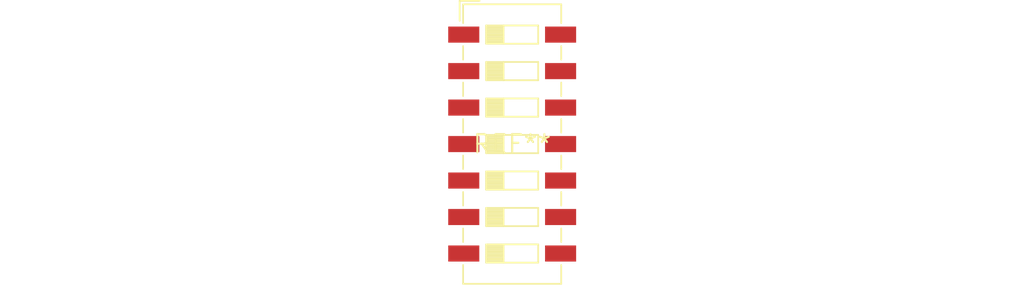
<source format=kicad_pcb>
(kicad_pcb (version 20240108) (generator pcbnew)
  (layers (0 "F.Cu" signal) (31 "B.Cu" signal) (34 "B.Paste" user) (35 "F.Paste" user) (36 "B.SilkS" user "B.Silkscreen") (37 "F.SilkS" user "F.Silkscreen") (38 "B.Mask" user) (39 "F.Mask" user) (44 "Edge.Cuts" user))
  (net 0 "")
  (footprint "SW_DIP_SPSTx07_Slide_6.7x19.34mm_W6.73mm_P2.54mm_LowProfile_JPin" (layer "F.Cu") (at 0 0)
    (property "Reference" "REF**")
    (property "Value" "SW_DIP_SPSTx07_Slide_6.7x19.34mm_W6.73mm_P2.54mm_LowProfile_JPin")
    (fp_line (start -3.65 -9.97) (end -3.65 -8.587) (layer "F.SilkS") (stroke (width 0.12)))
    (fp_line (start -3.65 -9.97) (end -2.267 -9.97) (layer "F.SilkS") (stroke (width 0.12)))
    (fp_line (start -3.41 -9.73) (end -3.41 -8.42) (layer "F.SilkS") (stroke (width 0.12)))
    (fp_line (start -3.41 -9.73) (end 3.41 -9.73) (layer "F.SilkS") (stroke (width 0.12)))
    (fp_line (start -3.41 -6.82) (end -3.41 -5.88) (layer "F.SilkS") (stroke (width 0.12)))
    (fp_line (start -3.41 -4.28) (end -3.41 -3.34) (layer "F.SilkS") (stroke (width 0.12)))
    (fp_line (start -3.41 -1.74) (end -3.41 -0.8) (layer "F.SilkS") (stroke (width 0.12)))
    (fp_line (start -3.41 0.8) (end -3.41 1.74) (layer "F.SilkS") (stroke (width 0.12)))
    (fp_line (start -3.41 3.34) (end -3.41 4.28) (layer "F.SilkS") (stroke (width 0.12)))
    (fp_line (start -3.41 5.88) (end -3.41 6.82) (layer "F.SilkS") (stroke (width 0.12)))
    (fp_line (start -3.41 8.42) (end -3.41 9.73) (layer "F.SilkS") (stroke (width 0.12)))
    (fp_line (start -3.41 9.73) (end 3.41 9.73) (layer "F.SilkS") (stroke (width 0.12)))
    (fp_line (start -1.81 -8.255) (end -1.81 -6.985) (layer "F.SilkS") (stroke (width 0.12)))
    (fp_line (start -1.81 -8.135) (end -0.603333 -8.135) (layer "F.SilkS") (stroke (width 0.12)))
    (fp_line (start -1.81 -8.015) (end -0.603333 -8.015) (layer "F.SilkS") (stroke (width 0.12)))
    (fp_line (start -1.81 -7.895) (end -0.603333 -7.895) (layer "F.SilkS") (stroke (width 0.12)))
    (fp_line (start -1.81 -7.775) (end -0.603333 -7.775) (layer "F.SilkS") (stroke (width 0.12)))
    (fp_line (start -1.81 -7.655) (end -0.603333 -7.655) (layer "F.SilkS") (stroke (width 0.12)))
    (fp_line (start -1.81 -7.535) (end -0.603333 -7.535) (layer "F.SilkS") (stroke (width 0.12)))
    (fp_line (start -1.81 -7.415) (end -0.603333 -7.415) (layer "F.SilkS") (stroke (width 0.12)))
    (fp_line (start -1.81 -7.295) (end -0.603333 -7.295) (layer "F.SilkS") (stroke (width 0.12)))
    (fp_line (start -1.81 -7.175) (end -0.603333 -7.175) (layer "F.SilkS") (stroke (width 0.12)))
    (fp_line (start -1.81 -7.055) (end -0.603333 -7.055) (layer "F.SilkS") (stroke (width 0.12)))
    (fp_line (start -1.81 -6.985) (end 1.81 -6.985) (layer "F.SilkS") (stroke (width 0.12)))
    (fp_line (start -1.81 -5.715) (end -1.81 -4.445) (layer "F.SilkS") (stroke (width 0.12)))
    (fp_line (start -1.81 -5.595) (end -0.603333 -5.595) (layer "F.SilkS") (stroke (width 0.12)))
    (fp_line (start -1.81 -5.475) (end -0.603333 -5.475) (layer "F.SilkS") (stroke (width 0.12)))
    (fp_line (start -1.81 -5.355) (end -0.603333 -5.355) (layer "F.SilkS") (stroke (width 0.12)))
    (fp_line (start -1.81 -5.235) (end -0.603333 -5.235) (layer "F.SilkS") (stroke (width 0.12)))
    (fp_line (start -1.81 -5.115) (end -0.603333 -5.115) (layer "F.SilkS") (stroke (width 0.12)))
    (fp_line (start -1.81 -4.995) (end -0.603333 -4.995) (layer "F.SilkS") (stroke (width 0.12)))
    (fp_line (start -1.81 -4.875) (end -0.603333 -4.875) (layer "F.SilkS") (stroke (width 0.12)))
    (fp_line (start -1.81 -4.755) (end -0.603333 -4.755) (layer "F.SilkS") (stroke (width 0.12)))
    (fp_line (start -1.81 -4.635) (end -0.603333 -4.635) (layer "F.SilkS") (stroke (width 0.12)))
    (fp_line (start -1.81 -4.515) (end -0.603333 -4.515) (layer "F.SilkS") (stroke (width 0.12)))
    (fp_line (start -1.81 -4.445) (end 1.81 -4.445) (layer "F.SilkS") (stroke (width 0.12)))
    (fp_line (start -1.81 -3.175) (end -1.81 -1.905) (layer "F.SilkS") (stroke (width 0.12)))
    (fp_line (start -1.81 -3.055) (end -0.603333 -3.055) (layer "F.SilkS") (stroke (width 0.12)))
    (fp_line (start -1.81 -2.935) (end -0.603333 -2.935) (layer "F.SilkS") (stroke (width 0.12)))
    (fp_line (start -1.81 -2.815) (end -0.603333 -2.815) (layer "F.SilkS") (stroke (width 0.12)))
    (fp_line (start -1.81 -2.695) (end -0.603333 -2.695) (layer "F.SilkS") (stroke (width 0.12)))
    (fp_line (start -1.81 -2.575) (end -0.603333 -2.575) (layer "F.SilkS") (stroke (width 0.12)))
    (fp_line (start -1.81 -2.455) (end -0.603333 -2.455) (layer "F.SilkS") (stroke (width 0.12)))
    (fp_line (start -1.81 -2.335) (end -0.603333 -2.335) (layer "F.SilkS") (stroke (width 0.12)))
    (fp_line (start -1.81 -2.215) (end -0.603333 -2.215) (layer "F.SilkS") (stroke (width 0.12)))
    (fp_line (start -1.81 -2.095) (end -0.603333 -2.095) (layer "F.SilkS") (stroke (width 0.12)))
    (fp_line (start -1.81 -1.975) (end -0.603333 -1.975) (layer "F.SilkS") (stroke (width 0.12)))
    (fp_line (start -1.81 -1.905) (end 1.81 -1.905) (layer "F.SilkS") (stroke (width 0.12)))
    (fp_line (start -1.81 -0.635) (end -1.81 0.635) (layer "F.SilkS") (stroke (width 0.12)))
    (fp_line (start -1.81 -0.515) (end -0.603333 -0.515) (layer "F.SilkS") (stroke (width 0.12)))
    (fp_line (start -1.81 -0.395) (end -0.603333 -0.395) (layer "F.SilkS") (stroke (width 0.12)))
    (fp_line (start -1.81 -0.275) (end -0.603333 -0.275) (layer "F.SilkS") (stroke (width 0.12)))
    (fp_line (start -1.81 -0.155) (end -0.603333 -0.155) (layer "F.SilkS") (stroke (width 0.12)))
    (fp_line (start -1.81 -0.035) (end -0.603333 -0.035) (layer "F.SilkS") (stroke (width 0.12)))
    (fp_line (start -1.81 0.085) (end -0.603333 0.085) (layer "F.SilkS") (stroke (width 0.12)))
    (fp_line (start -1.81 0.205) (end -0.603333 0.205) (layer "F.SilkS") (stroke (width 0.12)))
    (fp_line (start -1.81 0.325) (end -0.603333 0.325) (layer "F.SilkS") (stroke (width 0.12)))
    (fp_line (start -1.81 0.445) (end -0.603333 0.445) (layer "F.SilkS") (stroke (width 0.12)))
    (fp_line (start -1.81 0.565) (end -0.603333 0.565) (layer "F.SilkS") (stroke (width 0.12)))
    (fp_line (start -1.81 0.635) (end 1.81 0.635) (layer "F.SilkS") (stroke (width 0.12)))
    (fp_line (start -1.81 1.905) (end -1.81 3.175) (layer "F.SilkS") (stroke (width 0.12)))
    (fp_line (start -1.81 2.025) (end -0.603333 2.025) (layer "F.SilkS") (stroke (width 0.12)))
    (fp_line (start -1.81 2.145) (end -0.603333 2.145) (layer "F.SilkS") (stroke (width 0.12)))
    (fp_line (start -1.81 2.265) (end -0.603333 2.265) (layer "F.SilkS") (stroke (width 0.12)))
    (fp_line (start -1.81 2.385) (end -0.603333 2.385) (layer "F.SilkS") (stroke (width 0.12)))
    (fp_line (start -1.81 2.505) (end -0.603333 2.505) (layer "F.SilkS") (stroke (width 0.12)))
    (fp_line (start -1.81 2.625) (end -0.603333 2.625) (layer "F.SilkS") (stroke (width 0.12)))
    (fp_line (start -1.81 2.745) (end -0.603333 2.745) (layer "F.SilkS") (stroke (width 0.12)))
    (fp_line (start -1.81 2.865) (end -0.603333 2.865) (layer "F.SilkS") (stroke (width 0.12)))
    (fp_line (start -1.81 2.985) (end -0.603333 2.985) (layer "F.SilkS") (stroke (width 0.12)))
    (fp_line (start -1.81 3.105) (end -0.603333 3.105) (layer "F.SilkS") (stroke (width 0.12)))
    (fp_line (start -1.81 3.175) (end 1.81 3.175) (layer "F.SilkS") (stroke (width 0.12)))
    (fp_line (start -1.81 4.445) (end -1.81 5.715) (layer "F.SilkS") (stroke (width 0.12)))
    (fp_line (start -1.81 4.565) (end -0.603333 4.565) (layer "F.SilkS") (stroke (width 0.12)))
    (fp_line (start -1.81 4.685) (end -0.603333 4.685) (layer "F.SilkS") (stroke (width 0.12)))
    (fp_line (start -1.81 4.805) (end -0.603333 4.805) (layer "F.SilkS") (stroke (width 0.12)))
    (fp_line (start -1.81 4.925) (end -0.603333 4.925) (layer "F.SilkS") (stroke (width 0.12)))
    (fp_line (start -1.81 5.045) (end -0.603333 5.045) (layer "F.SilkS") (stroke (width 0.12)))
    (fp_line (start -1.81 5.165) (end -0.603333 5.165) (layer "F.SilkS") (stroke (width 0.12)))
    (fp_line (start -1.81 5.285) (end -0.603333 5.285) (layer "F.SilkS") (stroke (width 0.12)))
    (fp_line (start -1.81 5.405) (end -0.603333 5.405) (layer "F.SilkS") (stroke (width 0.12)))
    (fp_line (start -1.81 5.525) (end -0.603333 5.525) (layer "F.SilkS") (stroke (width 0.12)))
    (fp_line (start -1.81 5.645) (end -0.603333 5.645) (layer "F.SilkS") (stroke (width 0.12)))
    (fp_line (start -1.81 5.715) (end 1.81 5.715) (layer "F.SilkS") (stroke (width 0.12)))
    (fp_line (start -1.81 6.985) (end -1.81 8.255) (layer "F.SilkS") (stroke (width 0.12)))
    (fp_line (start -1.81 7.105) (end -0.603333 7.105) (layer "F.SilkS") (stroke (width 0.12)))
    (fp_line (start -1.81 7.225) (end -0.603333 7.225) (layer "F.SilkS") (stroke (width 0.12)))
    (fp_line (start -1.81 7.345) (end -0.603333 7.345) (layer "F.SilkS") (stroke (width 0.12)))
    (fp_line (start -1.81 7.465) (end -0.603333 7.465) (layer "F.SilkS") (stroke (width 0.12)))
    (fp_line (start -1.81 7.585) (end -0.603333 7.585) (layer "F.SilkS") (stroke (width 0.12)))
    (fp_line (start -1.81 7.705) (end -0.603333 7.705) (layer "F.SilkS") (stroke (width 0.12)))
    (fp_line (start -1.81 7.825) (end -0.603333 7.825) (layer "F.SilkS") (stroke (width 0.12)))
    (fp_line (start -1.81 7.945) (end -0.603333 7.945) (layer "F.SilkS") (stroke (width 0.12)))
    (fp_line (start -1.81 8.065) (end -0.603333 8.065) (layer "F.SilkS") (stroke (width 0.12)))
    (fp_line (start -1.81 8.185) (end -0.603333 8.185) (layer "F.SilkS") (stroke (width 0.12)))
    (fp_line (start -1.81 8.255) (end 1.81 8.255) (layer "F.SilkS") (stroke (width 0.12)))
    (fp_line (start -0.603333 -8.255) (end -0.603333 -6.985) (layer "F.SilkS") (stroke (width 0.12)))
    (fp_line (start -0.603333 -5.715) (end -0.603333 -4.445) (layer "F.SilkS") (stroke (width 0.12)))
    (fp_line (start -0.603333 -3.175) (end -0.603333 -1.905) (layer "F.SilkS") (stroke (width 0.12)))
    (fp_line (start -0.603333 -0.635) (end -0.603333 0.635) (layer "F.SilkS") (stroke (width 0.12)))
    (fp_line (start -0.603333 1.905) (end -0.603333 3.175) (layer "F.SilkS") (stroke (width 0.12)))
    (fp_line (start -0.603333 4.445) (end -0.603333 5.715) (layer "F.SilkS") (stroke (width 0.12)))
    (fp_line (start -0.603333 6.985) (end -0.603333 8.255) (layer "F.SilkS") (stroke (width 0.12)))
    (fp_line (start 1.81 -8.255) (end -1.81 -8.255) (layer "F.SilkS") (stroke (width 0.12)))
    (fp_line (start 1.81 -6.985) (end 1.81 -8.255) (layer "F.SilkS") (stroke (width 0.12)))
    (fp_line (start 1.81 -5.715) (end -1.81 -5.715) (layer "F.SilkS") (stroke (width 0.12)))
    (fp_line (start 1.81 -4.445) (end 1.81 -5.715) (layer "F.SilkS") (stroke (width 0.12)))
    (fp_line (start 1.81 -3.175) (end -1.81 -3.175) (layer "F.SilkS") (stroke (width 0.12)))
    (fp_line (start 1.81 -1.905) (end 1.81 -3.175) (layer "F.SilkS") (stroke (width 0.12)))
    (fp_line (start 1.81 -0.635) (end -1.81 -0.635) (layer "F.SilkS") (stroke (width 0.12)))
    (fp_line (start 1.81 0.635) (end 1.81 -0.635) (layer "F.SilkS") (stroke (width 0.12)))
    (fp_line (start 1.81 1.905) (end -1.81 1.905) (layer "F.SilkS") (stroke (width 0.12)))
    (fp_line (start 1.81 3.175) (end 1.81 1.905) (layer "F.SilkS") (stroke (width 0.12)))
    (fp_line (start 1.81 4.445) (end -1.81 4.445) (layer "F.SilkS") (stroke (width 0.12)))
    (fp_line (start 1.81 5.715) (end 1.81 4.445) (layer "F.SilkS") (stroke (width 0.12)))
    (fp_line (start 1.81 6.985) (end -1.81 6.985) (layer "F.SilkS") (stroke (width 0.12)))
    (fp_line (start 1.81 8.255) (end 1.81 6.985) (layer "F.SilkS") (stroke (width 0.12)))
    (fp_line (start 3.41 -9.73) (end 3.41 -8.42) (layer "F.SilkS") (stroke (width 0.12)))
    (fp_line (start 3.41 -6.82) (end 3.41 -5.88) (layer "F.SilkS") (stroke (width 0.12)))
    (fp_line (start 3.41 -4.28) (end 3.41 -3.34) (layer "F.SilkS") (stroke (width 0.12)))
    (fp_line (start 3.41 -1.74) (end 3.41 -0.8) (layer "F.SilkS") (stroke (width 0.12)))
    (fp_line (start 3.41 0.8) (end 3.41 1.74) (layer "F.SilkS") (stroke (width 0.12)))
    (fp_line (start 3.41 3.34) (end 3.41 4.28) (layer "F.SilkS") (stroke (width 0.12)))
    (fp_line (start 3.41 5.88) (end 3.41 6.82) (layer "F.SilkS") (stroke (width 0.12)))
    (fp_line (start 3.41 8.42) (end 3.41 9.73) (layer "F.SilkS") (stroke (width 0.12)))
    (pad "1" smd rect (at -3.365 -7.62) (size 2.16 1.12) (layers "F.Cu" "F.Paste" "F.Mask"))
    (pad "2" smd rect (at -3.365 -5.08) (size 2.16 1.12) (layers "F.Cu" "F.Paste" "F.Mask"))
    (pad "3" smd rect (at -3.365 -2.54) (size 2.16 1.12) (layers "F.Cu" "F.Paste" "F.Mask"))
    (pad "4" smd rect (at -3.365 0) (size 2.16 1.12) (layers "F.Cu" "F.Paste" "F.Mask"))
    (pad "5" smd rect (at -3.365 2.54) (size 2.16 1.12) (layers "F.Cu" "F.Paste" "F.Mask"))
    (pad "6" smd rect (at -3.365 5.08) (size 2.16 1.12) (layers "F.Cu" "F.Paste" "F.Mask"))
    (pad "7" smd rect (at -3.365 7.62) (size 2.16 1.12) (layers "F.Cu" "F.Paste" "F.Mask"))
    (pad "8" smd rect (at 3.365 7.62) (size 2.16 1.12) (layers "F.Cu" "F.Paste" "F.Mask"))
    (pad "9" smd rect (at 3.365 5.08) (size 2.16 1.12) (layers "F.Cu" "F.Paste" "F.Mask"))
    (pad "10" smd rect (at 3.365 2.54) (size 2.16 1.12) (layers "F.Cu" "F.Paste" "F.Mask"))
    (pad "11" smd rect (at 3.365 0) (size 2.16 1.12) (layers "F.Cu" "F.Paste" "F.Mask"))
    (pad "12" smd rect (at 3.365 -2.54) (size 2.16 1.12) (layers "F.Cu" "F.Paste" "F.Mask"))
    (pad "13" smd rect (at 3.365 -5.08) (size 2.16 1.12) (layers "F.Cu" "F.Paste" "F.Mask"))
    (pad "14" smd rect (at 3.365 -7.62) (size 2.16 1.12) (layers "F.Cu" "F.Paste" "F.Mask"))
  )
)
</source>
